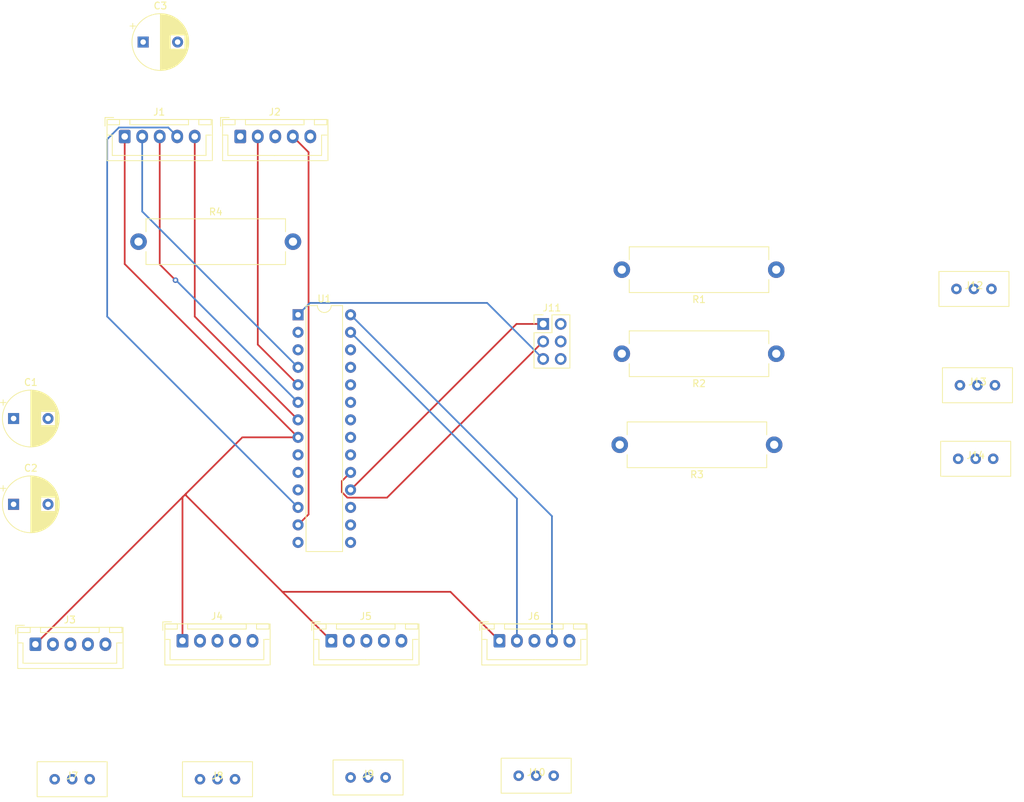
<source format=kicad_pcb>
(kicad_pcb (version 20211014) (generator pcbnew)
  (layers (0 "F.Cu" signal) (31 "B.Cu" signal) (34 "B.Paste" user) (35 "F.Paste" user) (36 "B.SilkS" user "B.Silkscreen") (37 "F.SilkS" user "F.Silkscreen") (38 "B.Mask" user) (39 "F.Mask" user) (44 "Edge.Cuts" user))
  (net 0 "")
  (net 1 "GND")
  (net 2 "/NES_PORT1_CLK")
  (net 3 "/NES_LATCH")
  (net 4 "/NES_PORT1_DATA")
  (net 5 "VCC")
  (net 7 "/NES_PORT2_CLK")
  (net 9 "/NES_PORT2_DATA")
  (net 11 "/CTRL1_CLK")
  (net 12 "/CTRL1_LATCH")
  (net 13 "/CTRL1_DATA")
  (net 14 "/CTRL2_CLK")
  (net 15 "/CTRL2_LATCH")
  (net 16 "/CTRL2_DATA")
  (net 17 "/CTRL3_CLK")
  (net 18 "/CTRL3_LATCH")
  (net 19 "/CTRL3_DATA")
  (net 20 "/CTRL4_CLK")
  (net 21 "/CTRL4_LATCH")
  (net 22 "/CTRL4_DATA")
  (net 23 "/EXTRA_LATCH_3")
  (net 24 "/EXTRA_LATCH_4")
  (net 25 "/EXTRA_LATCH_2")
  (net 26 "/RESET")
  (net 27 "/TURBO_A")
  (net 28 "/EXTRA_LATCH_1")
  (net 29 "/TURBO_B")
  (net 31 "/XTAL1")
  (net 32 "/XTAL2")
  (net 33 "/FOURPLAYER_ENABLE")
  (net 34 "Net-(J12-Pad2)")
  (net 35 "Net-(J13-Pad2)")
  (net 36 "Net-(J14-Pad2)")
  (footprint "openfourplayer168:a14061000ux0418" (layer "F.Cu") (at 62.23 137.16)
    (fp_text reference "J7" (at 0 -0.5 unlocked) (layer "F.SilkS"))
    (fp_text value "Conn_01x03_Male")
    (pad "1" thru_hole circle (at -2.54 0) (size 1.524 1.524) (drill 0.762) (layers *.Cu *.Mask) (net 28 "/EXTRA_LATCH_1"))
    (pad "2" thru_hole circle (at 0 0) (size 1.524 1.524) (drill 0.762) (layers *.Cu *.Mask) (net 12 "/CTRL1_LATCH"))
    (pad "3" thru_hole circle (at 2.54 0) (size 1.524 1.524) (drill 0.762) (layers *.Cu *.Mask) (net 3 "/NES_LATCH"))
  )
  (footprint "openfourplayer168:a14061000ux0418" (layer "F.Cu") (at 83.312 137.16)
    (fp_text reference "J8" (at 0 -0.5 unlocked) (layer "F.SilkS"))
    (fp_text value "Conn_01x03_Male")
    (pad "1" thru_hole circle (at -2.54 0) (size 1.524 1.524) (drill 0.762) (layers *.Cu *.Mask) (net 25 "/EXTRA_LATCH_2"))
    (pad "2" thru_hole circle (at 0 0) (size 1.524 1.524) (drill 0.762) (layers *.Cu *.Mask) (net 15 "/CTRL2_LATCH"))
    (pad "3" thru_hole circle (at 2.54 0) (size 1.524 1.524) (drill 0.762) (layers *.Cu *.Mask) (net 3 "/NES_LATCH"))
  )
  (footprint "openfourplayer168:a14061000ux0418" (layer "F.Cu") (at 129.54 136.652)
    (fp_text reference "J10" (at 0 -0.5 unlocked) (layer "F.SilkS"))
    (fp_text value "Conn_01x03_Male")
    (pad "1" thru_hole circle (at -2.54 0) (size 1.524 1.524) (drill 0.762) (layers *.Cu *.Mask) (net 24 "/EXTRA_LATCH_4"))
    (pad "2" thru_hole circle (at 0 0) (size 1.524 1.524) (drill 0.762) (layers *.Cu *.Mask) (net 21 "/CTRL4_LATCH"))
    (pad "3" thru_hole circle (at 2.54 0) (size 1.524 1.524) (drill 0.762) (layers *.Cu *.Mask) (net 3 "/NES_LATCH"))
  )
  (footprint "openfourplayer168:JST_XH_B5B-XH-A_1x05_P2.54mm_Vertical" (layer "F.Cu") (at 86.614 43.925)
    (fp_text reference "J2" (at 5 -3.55) (layer "F.SilkS"))
    (fp_text value "Conn_01x05")
    (pad "1" thru_hole roundrect (at 0 0) (size 1.7 1.95) (drill 0.95) (layers *.Cu *.Mask) (roundrect_rratio 0.147059))
    (pad "2" thru_hole oval (at 2.54 0) (size 1.7 1.95) (drill 0.95) (layers *.Cu *.Mask) (net 7 "/NES_PORT2_CLK"))
    (pad "3" thru_hole oval (at 5.08 0) (size 1.7 1.95) (drill 0.95) (layers *.Cu *.Mask))
    (pad "4" thru_hole oval (at 7.62 0) (size 1.7 1.95) (drill 0.95) (layers *.Cu *.Mask) (net 9 "/NES_PORT2_DATA"))
    (pad "5" thru_hole oval (at 10.16 0) (size 1.7 1.95) (drill 0.95) (layers *.Cu *.Mask))
  )
  (footprint "Capacitor_THT:CP_Radial_D8.0mm_P5.00mm" (layer "F.Cu") (at 72.527349 30.226)
    (fp_text reference "C3" (at 2.5 -5.25) (layer "F.SilkS"))
    (fp_text value "0.1uF")
    (pad "1" thru_hole rect locked (at 0 0) (size 1.6 1.6) (drill 0.8) (layers *.Cu *.Mask) (net 1 "GND"))
    (pad "2" thru_hole circle locked (at 5 0) (size 1.6 1.6) (drill 0.8) (layers *.Cu *.Mask) (net 5 "VCC"))
  )
  (footprint "Package_DIP:DIP-28_W7.62mm" (layer "F.Cu") (at 94.996 69.788)
    (fp_text reference "U1" (at 3.81 -2.33) (layer "F.SilkS"))
    (fp_text value "ATmega168P-20P")
    (pad "1" thru_hole rect locked (at 0 0) (size 1.6 1.6) (drill 0.8) (layers *.Cu *.Mask) (net 26 "/RESET"))
    (pad "2" thru_hole oval locked (at 0 2.54) (size 1.6 1.6) (drill 0.8) (layers *.Cu *.Mask) (net 27 "/TURBO_A"))
    (pad "3" thru_hole oval locked (at 0 5.08) (size 1.6 1.6) (drill 0.8) (layers *.Cu *.Mask) (net 29 "/TURBO_B"))
    (pad "4" thru_hole oval locked (at 0 7.62) (size 1.6 1.6) (drill 0.8) (layers *.Cu *.Mask) (net 2 "/NES_PORT1_CLK"))
    (pad "5" thru_hole oval locked (at 0 10.16) (size 1.6 1.6) (drill 0.8) (layers *.Cu *.Mask) (net 7 "/NES_PORT2_CLK"))
    (pad "6" thru_hole oval locked (at 0 12.7) (size 1.6 1.6) (drill 0.8) (layers *.Cu *.Mask) (net 3 "/NES_LATCH"))
    (pad "7" thru_hole oval locked (at 0 15.24) (size 1.6 1.6) (drill 0.8) (layers *.Cu *.Mask) (net 5 "VCC"))
    (pad "8" thru_hole oval locked (at 0 17.78) (size 1.6 1.6) (drill 0.8) (layers *.Cu *.Mask) (net 1 "GND"))
    (pad "9" thru_hole oval locked (at 0 20.32) (size 1.6 1.6) (drill 0.8) (layers *.Cu *.Mask) (net 31 "/XTAL1"))
    (pad "10" thru_hole oval locked (at 0 22.86) (size 1.6 1.6) (drill 0.8) (layers *.Cu *.Mask) (net 32 "/XTAL2"))
    (pad "11" thru_hole oval locked (at 0 25.4) (size 1.6 1.6) (drill 0.8) (layers *.Cu *.Mask) (net 33 "/FOURPLAYER_ENABLE"))
    (pad "12" thru_hole oval locked (at 0 27.94) (size 1.6 1.6) (drill 0.8) (layers *.Cu *.Mask) (net 4 "/NES_PORT1_DATA"))
    (pad "13" thru_hole oval locked (at 0 30.48) (size 1.6 1.6) (drill 0.8) (layers *.Cu *.Mask) (net 9 "/NES_PORT2_DATA"))
    (pad "14" thru_hole oval locked (at 0 33.02) (size 1.6 1.6) (drill 0.8) (layers *.Cu *.Mask) (net 11 "/CTRL1_CLK"))
    (pad "15" thru_hole oval locked (at 7.62 33.02) (size 1.6 1.6) (drill 0.8) (layers *.Cu *.Mask) (net 13 "/CTRL1_DATA"))
    (pad "16" thru_hole oval locked (at 7.62 30.48) (size 1.6 1.6) (drill 0.8) (layers *.Cu *.Mask) (net 28 "/EXTRA_LATCH_1"))
    (pad "17" thru_hole oval locked (at 7.62 27.94) (size 1.6 1.6) (drill 0.8) (layers *.Cu *.Mask) (net 25 "/EXTRA_LATCH_2"))
    (pad "18" thru_hole oval locked (at 7.62 25.4) (size 1.6 1.6) (drill 0.8) (layers *.Cu *.Mask) (net 23 "/EXTRA_LATCH_3"))
    (pad "19" thru_hole oval locked (at 7.62 22.86) (size 1.6 1.6) (drill 0.8) (layers *.Cu *.Mask) (net 24 "/EXTRA_LATCH_4"))
    (pad "20" thru_hole oval locked (at 7.62 20.32) (size 1.6 1.6) (drill 0.8) (layers *.Cu *.Mask) (net 5 "VCC"))
    (pad "21" thru_hole oval locked (at 7.62 17.78) (size 1.6 1.6) (drill 0.8) (layers *.Cu *.Mask))
    (pad "22" thru_hole oval locked (at 7.62 15.24) (size 1.6 1.6) (drill 0.8) (layers *.Cu *.Mask) (net 1 "GND"))
    (pad "23" thru_hole oval locked (at 7.62 12.7) (size 1.6 1.6) (drill 0.8) (layers *.Cu *.Mask) (net 14 "/CTRL2_CLK"))
    (pad "24" thru_hole oval locked (at 7.62 10.16) (size 1.6 1.6) (drill 0.8) (layers *.Cu *.Mask) (net 16 "/CTRL2_DATA"))
    (pad "25" thru_hole oval locked (at 7.62 7.62) (size 1.6 1.6) (drill 0.8) (layers *.Cu *.Mask) (net 17 "/CTRL3_CLK"))
    (pad "26" thru_hole oval locked (at 7.62 5.08) (size 1.6 1.6) (drill 0.8) (layers *.Cu *.Mask) (net 19 "/CTRL3_DATA"))
    (pad "27" thru_hole oval locked (at 7.62 2.54) (size 1.6 1.6) (drill 0.8) (layers *.Cu *.Mask) (net 20 "/CTRL4_CLK"))
    (pad "28" thru_hole oval locked (at 7.62 0) (size 1.6 1.6) (drill 0.8) (layers *.Cu *.Mask) (net 22 "/CTRL4_DATA"))
  )
  (footprint "Resistor_THT:R_Axial_Power_L20.0mm_W6.4mm_P22.40mm" (layer "F.Cu") (at 71.858 59.182)
    (fp_text reference "R4" (at 11.2 -4.32) (layer "F.SilkS"))
    (fp_text value "10k")
    (pad "1" thru_hole circle locked (at 0 0) (size 2.4 2.4) (drill 1.2) (layers *.Cu *.Mask) (net 5 "VCC"))
    (pad "2" thru_hole oval locked (at 22.4 0) (size 2.4 2.4) (drill 1.2) (layers *.Cu *.Mask) (net 26 "/RESET"))
  )
  (footprint "openfourplayer168:a14061000ux0418" (layer "F.Cu") (at 193.294 90.678)
    (fp_text reference "J14" (at 0 -0.5 unlocked) (layer "F.SilkS"))
    (fp_text value "Conn_01x03_Male")
    (pad "1" thru_hole circle (at -2.54 0) (size 1.524 1.524) (drill 0.762) (layers *.Cu *.Mask) (net 5 "VCC"))
    (pad "2" thru_hole circle (at 0 0) (size 1.524 1.524) (drill 0.762) (layers *.Cu *.Mask) (net 36 "Net-(J14-Pad2)"))
    (pad "3" thru_hole circle (at 2.54 0) (size 1.524 1.524) (drill 0.762) (layers *.Cu *.Mask) (net 1 "GND"))
  )
  (footprint "Connector_PinHeader_2.54mm:PinHeader_2x03_P2.54mm_Vertical" (layer "F.Cu") (at 130.556 71.12)
    (fp_text reference "J11" (at 1.27 -2.33) (layer "F.SilkS"))
    (fp_text value "Conn_02x03_Odd_Even")
    (pad "1" thru_hole rect locked (at 0 0) (size 1.7 1.7) (drill 1) (layers *.Cu *.Mask) (net 23 "/EXTRA_LATCH_3"))
    (pad "2" thru_hole oval locked (at 2.54 0) (size 1.7 1.7) (drill 1) (layers *.Cu *.Mask) (net 5 "VCC"))
    (pad "3" thru_hole oval locked (at 0 2.54) (size 1.7 1.7) (drill 1) (layers *.Cu *.Mask) (net 24 "/EXTRA_LATCH_4"))
    (pad "4" thru_hole oval locked (at 2.54 2.54) (size 1.7 1.7) (drill 1) (layers *.Cu *.Mask) (net 25 "/EXTRA_LATCH_2"))
    (pad "5" thru_hole oval locked (at 0 5.08) (size 1.7 1.7) (drill 1) (layers *.Cu *.Mask) (net 26 "/RESET"))
    (pad "6" thru_hole oval locked (at 2.54 5.08) (size 1.7 1.7) (drill 1) (layers *.Cu *.Mask) (net 1 "GND"))
  )
  (footprint "openfourplayer168:JST_XH_B5B-XH-A_1x05_P2.54mm_Vertical" (layer "F.Cu") (at 78.232 117.077)
    (fp_text reference "J4" (at 5 -3.55) (layer "F.SilkS"))
    (fp_text value "Conn_01x05")
    (pad "1" thru_hole roundrect (at 0 0) (size 1.7 1.95) (drill 0.95) (layers *.Cu *.Mask) (roundrect_rratio 0.147059) (net 1 "GND"))
    (pad "2" thru_hole oval (at 2.54 0) (size 1.7 1.95) (drill 0.95) (layers *.Cu *.Mask) (net 14 "/CTRL2_CLK"))
    (pad "3" thru_hole oval (at 5.08 0) (size 1.7 1.95) (drill 0.95) (layers *.Cu *.Mask) (net 15 "/CTRL2_LATCH"))
    (pad "4" thru_hole oval (at 7.62 0) (size 1.7 1.95) (drill 0.95) (layers *.Cu *.Mask) (net 16 "/CTRL2_DATA"))
    (pad "5" thru_hole oval (at 10.16 0) (size 1.7 1.95) (drill 0.95) (layers *.Cu *.Mask) (net 5 "VCC"))
  )
  (footprint "openfourplayer168:JST_XH_B5B-XH-A_1x05_P2.54mm_Vertical" (layer "F.Cu") (at 69.85 43.925)
    (fp_text reference "J1" (at 5 -3.55) (layer "F.SilkS"))
    (fp_text value "Conn_01x05")
    (pad "1" thru_hole roundrect (at 0 0) (size 1.7 1.95) (drill 0.95) (layers *.Cu *.Mask) (roundrect_rratio 0.147059) (net 1 "GND"))
    (pad "2" thru_hole oval (at 2.54 0) (size 1.7 1.95) (drill 0.95) (layers *.Cu *.Mask) (net 2 "/NES_PORT1_CLK"))
    (pad "3" thru_hole oval (at 5.08 0) (size 1.7 1.95) (drill 0.95) (layers *.Cu *.Mask) (net 3 "/NES_LATCH"))
    (pad "4" thru_hole oval (at 7.62 0) (size 1.7 1.95) (drill 0.95) (layers *.Cu *.Mask) (net 4 "/NES_PORT1_DATA"))
    (pad "5" thru_hole oval (at 10.16 0) (size 1.7 1.95) (drill 0.95) (layers *.Cu *.Mask) (net 5 "VCC"))
  )
  (footprint "Resistor_THT:R_Axial_Power_L20.0mm_W6.4mm_P22.40mm" (layer "F.Cu") (at 164.362 63.246 180)
    (fp_text reference "R1" (at 11.2 -4.32) (layer "F.SilkS"))
    (fp_text value "10k")
    (pad "1" thru_hole circle locked (at 0 0 180) (size 2.4 2.4) (drill 1.2) (layers *.Cu *.Mask) (net 34 "Net-(J12-Pad2)"))
    (pad "2" thru_hole oval locked (at 22.4 0 180) (size 2.4 2.4) (drill 1.2) (layers *.Cu *.Mask) (net 33 "/FOURPLAYER_ENABLE"))
  )
  (footprint "Resistor_THT:R_Axial_Power_L20.0mm_W6.4mm_P22.40mm" (layer "F.Cu") (at 164.06 88.646 180)
    (fp_text reference "R3" (at 11.2 -4.32) (layer "F.SilkS"))
    (fp_text value "10k")
    (pad "1" thru_hole circle locked (at 0 0 180) (size 2.4 2.4) (drill 1.2) (layers *.Cu *.Mask) (net 36 "Net-(J14-Pad2)"))
    (pad "2" thru_hole oval locked (at 22.4 0 180) (size 2.4 2.4) (drill 1.2) (layers *.Cu *.Mask) (net 29 "/TURBO_B"))
  )
  (footprint "Resistor_THT:R_Axial_Power_L20.0mm_W6.4mm_P22.40mm" (layer "F.Cu") (at 164.362 75.438 180)
    (fp_text reference "R2" (at 11.2 -4.32) (layer "F.SilkS"))
    (fp_text value "10k")
    (pad "1" thru_hole circle locked (at 0 0 180) (size 2.4 2.4) (drill 1.2) (layers *.Cu *.Mask) (net 35 "Net-(J13-Pad2)"))
    (pad "2" thru_hole oval locked (at 22.4 0 180) (size 2.4 2.4) (drill 1.2) (layers *.Cu *.Mask) (net 27 "/TURBO_A"))
  )
  (footprint "openfourplayer168:JST_XH_B5B-XH-A_1x05_P2.54mm_Vertical" (layer "F.Cu") (at 56.896 117.585)
    (fp_text reference "J3" (at 5 -3.55) (layer "F.SilkS"))
    (fp_text value "Conn_01x05")
    (pad "1" thru_hole roundrect (at 0 0) (size 1.7 1.95) (drill 0.95) (layers *.Cu *.Mask) (roundrect_rratio 0.147059) (net 1 "GND"))
    (pad "2" thru_hole oval (at 2.54 0) (size 1.7 1.95) (drill 0.95) (layers *.Cu *.Mask) (net 11 "/CTRL1_CLK"))
    (pad "3" thru_hole oval (at 5.08 0) (size 1.7 1.95) (drill 0.95) (layers *.Cu *.Mask) (net 12 "/CTRL1_LATCH"))
    (pad "4" thru_hole oval (at 7.62 0) (size 1.7 1.95) (drill 0.95) (layers *.Cu *.Mask) (net 13 "/CTRL1_DATA"))
    (pad "5" thru_hole oval (at 10.16 0) (size 1.7 1.95) (drill 0.95) (layers *.Cu *.Mask) (net 5 "VCC"))
  )
  (footprint "openfourplayer168:a14061000ux0418" (layer "F.Cu") (at 105.156 136.906)
    (fp_text reference "J9" (at 0 -0.5 unlocked) (layer "F.SilkS"))
    (fp_text value "Conn_01x03_Male")
    (pad "1" thru_hole circle (at -2.54 0) (size 1.524 1.524) (drill 0.762) (layers *.Cu *.Mask) (net 23 "/EXTRA_LATCH_3"))
    (pad "2" thru_hole circle (at 0 0) (size 1.524 1.524) (drill 0.762) (layers *.Cu *.Mask) (net 18 "/CTRL3_LATCH"))
    (pad "3" thru_hole circle (at 2.54 0) (size 1.524 1.524) (drill 0.762) (layers *.Cu *.Mask) (net 3 "/NES_LATCH"))
  )
  (footprint "Capacitor_THT:CP_Radial_D8.0mm_P5.00mm" (layer "F.Cu") (at 53.731349 97.282)
    (fp_text reference "C2" (at 2.5 -5.25) (layer "F.SilkS"))
    (fp_text value "22pF")
    (pad "1" thru_hole rect locked (at 0 0) (size 1.6 1.6) (drill 0.8) (layers *.Cu *.Mask) (net 1 "GND"))
    (pad "2" thru_hole circle locked (at 5 0) (size 1.6 1.6) (drill 0.8) (layers *.Cu *.Mask) (net 32 "/XTAL2"))
  )
  (footprint "openfourplayer168:a14061000ux0418" (layer "F.Cu") (at 193.548 80.01)
    (fp_text reference "J13" (at 0 -0.5 unlocked) (layer "F.SilkS"))
    (fp_text value "Conn_01x03_Male")
    (pad "1" thru_hole circle (at -2.54 0) (size 1.524 1.524) (drill 0.762) (layers *.Cu *.Mask) (net 5 "VCC"))
    (pad "2" thru_hole circle (at 0 0) (size 1.524 1.524) (drill 0.762) (layers *.Cu *.Mask) (net 35 "Net-(J13-Pad2)"))
    (pad "3" thru_hole circle (at 2.54 0) (size 1.524 1.524) (drill 0.762) (layers *.Cu *.Mask) (net 1 "GND"))
  )
  (footprint "openfourplayer168:a14061000ux0418" (layer "F.Cu") (at 193.04 66.04)
    (fp_text reference "J12" (at 0 -0.5 unlocked) (layer "F.SilkS"))
    (fp_text value "Conn_01x03_Male")
    (pad "1" thru_hole circle (at -2.54 0) (size 1.524 1.524) (drill 0.762) (layers *.Cu *.Mask) (net 5 "VCC"))
    (pad "2" thru_hole circle (at 0 0) (size 1.524 1.524) (drill 0.762) (layers *.Cu *.Mask) (net 34 "Net-(J12-Pad2)"))
    (pad "3" thru_hole circle (at 2.54 0) (size 1.524 1.524) (drill 0.762) (layers *.Cu *.Mask) (net 1 "GND"))
  )
  (footprint "openfourplayer168:JST_XH_B5B-XH-A_1x05_P2.54mm_Vertical" (layer "F.Cu") (at 124.206 117.077)
    (fp_text reference "J6" (at 5 -3.55) (layer "F.SilkS"))
    (fp_text value "Conn_01x05")
    (pad "1" thru_hole roundrect (at 0 0) (size 1.7 1.95) (drill 0.95) (layers *.Cu *.Mask) (roundrect_rratio 0.147059) (net 1 "GND"))
    (pad "2" thru_hole oval (at 2.54 0) (size 1.7 1.95) (drill 0.95) (layers *.Cu *.Mask) (net 20 "/CTRL4_CLK"))
    (pad "3" thru_hole oval (at 5.08 0) (size 1.7 1.95) (drill 0.95) (layers *.Cu *.Mask) (net 21 "/CTRL4_LATCH"))
    (pad "4" thru_hole oval (at 7.62 0) (size 1.7 1.95) (drill 0.95) (layers *.Cu *.Mask) (net 22 "/CTRL4_DATA"))
    (pad "5" thru_hole oval (at 10.16 0) (size 1.7 1.95) (drill 0.95) (layers *.Cu *.Mask) (net 5 "VCC"))
  )
  (footprint "Capacitor_THT:CP_Radial_D8.0mm_P5.00mm" (layer "F.Cu") (at 53.731349 84.836)
    (fp_text reference "C1" (at 2.5 -5.25) (layer "F.SilkS"))
    (fp_text value "22pF")
    (pad "1" thru_hole rect locked (at 0 0) (size 1.6 1.6) (drill 0.8) (layers *.Cu *.Mask) (net 1 "GND"))
    (pad "2" thru_hole circle locked (at 5 0) (size 1.6 1.6) (drill 0.8) (layers *.Cu *.Mask) (net 31 "/XTAL1"))
  )
  (footprint "openfourplayer168:JST_XH_B5B-XH-A_1x05_P2.54mm_Vertical" (layer "F.Cu") (at 99.822 117.077)
    (fp_text reference "J5" (at 5 -3.55) (layer "F.SilkS"))
    (fp_text value "Conn_01x05")
    (pad "1" thru_hole roundrect (at 0 0) (size 1.7 1.95) (drill 0.95) (layers *.Cu *.Mask) (roundrect_rratio 0.147059) (net 1 "GND"))
    (pad "2" thru_hole oval (at 2.54 0) (size 1.7 1.95) (drill 0.95) (layers *.Cu *.Mask) (net 17 "/CTRL3_CLK"))
    (pad "3" thru_hole oval (at 5.08 0) (size 1.7 1.95) (drill 0.95) (layers *.Cu *.Mask) (net 18 "/CTRL3_LATCH"))
    (pad "4" thru_hole oval (at 7.62 0) (size 1.7 1.95) (drill 0.95) (layers *.Cu *.Mask) (net 19 "/CTRL3_DATA"))
    (pad "5" thru_hole oval (at 10.16 0) (size 1.7 1.95) (drill 0.95) (layers *.Cu *.Mask) (net 5 "VCC"))
  )
  (segment (start 94.996 87.568) (end 86.913 87.568) (width 0.25) (layer "F.Cu") (net 1))
  (segment (start 78.7315 95.7495) (end 78.3505 96.1305) (width 0.25) (layer "F.Cu") (net 1))
  (segment (start 78.7315 95.9865) (end 78.7315 95.7495) (width 0.25) (layer "F.Cu") (net 1))
  (segment (start 124.206 117.077) (end 117.1025 109.9735) (width 0.25) (layer "F.Cu") (net 1))
  (segment (start 86.913 87.568) (end 78.7315 95.7495) (width 0.25) (layer "F.Cu") (net 1))
  (segment (start 78.232 96.249) (end 78.3505 96.1305) (width 0.25) (layer "F.Cu") (net 1))
  (segment (start 69.85 43.925) (end 69.85 62.422) (width 0.25) (layer "F.Cu") (net 1))
  (segment (start 69.85 62.422) (end 94.996 87.568) (width 0.25) (layer "F.Cu") (net 1))
  (segment (start 99.822 117.077) (end 92.7185 109.9735) (width 0.25) (layer "F.Cu") (net 1))
  (segment (start 78.3505 96.1305) (end 56.896 117.585) (width 0.25) (layer "F.Cu") (net 1))
  (segment (start 92.7185 109.9735) (end 78.7315 95.9865) (width 0.25) (layer "F.Cu") (net 1))
  (segment (start 117.1025 109.9735) (end 92.7185 109.9735) (width 0.25) (layer "F.Cu") (net 1))
  (segment (start 78.232 117.077) (end 78.232 96.249) (width 0.25) (layer "F.Cu") (net 1))
  (segment (start 72.39 43.925) (end 72.39 54.802) (width 0.25) (layer "B.Cu") (net 2))
  (segment (start 72.39 54.802) (end 94.996 77.408) (width 0.25) (layer "B.Cu") (net 2))
  (segment (start 74.93 62.484) (end 77.216 64.77) (width 0.25) (layer "F.Cu") (net 3))
  (segment (start 74.93 43.925) (end 74.93 62.484) (width 0.25) (layer "F.Cu") (net 3))
  (via (at 77.216 64.77) (size 0.8) (drill 0.4) (layers "F.Cu" "B.Cu") (net 3))
  (segment (start 77.216 64.77) (end 77.278 64.77) (width 0.25) (layer "B.Cu") (net 3))
  (segment (start 77.278 64.77) (end 94.996 82.488) (width 0.25) (layer "B.Cu") (net 3))
  (segment (start 76.17048 42.62548) (end 69.012027 42.62548) (width 0.25) (layer "B.Cu") (net 4))
  (segment (start 67.31 70.042) (end 94.996 97.728) (width 0.25) (layer "B.Cu") (net 4))
  (segment (start 69.012027 42.62548) (end 67.31 44.327507) (width 0.25) (layer "B.Cu") (net 4))
  (segment (start 77.47 43.925) (end 76.17048 42.62548) (width 0.25) (layer "B.Cu") (net 4))
  (segment (start 67.31 44.327507) (end 67.31 70.042) (width 0.25) (layer "B.Cu") (net 4))
  (segment (start 80.01 70.042) (end 94.996 85.028) (width 0.25) (layer "F.Cu") (net 5))
  (segment (start 80.01 43.925) (end 80.01 70.042) (width 0.25) (layer "F.Cu") (net 5))
  (segment (start 89.154 43.925) (end 89.154 74.106) (width 0.25) (layer "F.Cu") (net 7))
  (segment (start 89.154 74.106) (end 94.996 79.948) (width 0.25) (layer "F.Cu") (net 7))
  (segment (start 96.52 98.744) (end 94.996 100.268) (width 0.25) (layer "F.Cu") (net 9))
  (segment (start 94.234 43.925) (end 96.52 46.211) (width 0.25) (layer "F.Cu") (net 9))
  (segment (start 96.52 46.211) (end 96.52 98.744) (width 0.25) (layer "F.Cu") (net 9))
  (segment (start 102.616 72.328) (end 126.746 96.458) (width 0.25) (layer "B.Cu") (net 20))
  (segment (start 126.746 96.458) (end 126.746 117.077) (width 0.25) (layer "B.Cu") (net 20))
  (segment (start 102.616 69.788) (end 131.826 98.998) (width 0.25) (layer "B.Cu") (net 22))
  (segment (start 131.826 98.998) (end 131.826 117.077) (width 0.25) (layer "B.Cu") (net 22))
  (segment (start 126.684 71.12) (end 102.616 95.188) (width 0.25) (layer "F.Cu") (net 23))
  (segment (start 130.556 71.12) (end 126.684 71.12) (width 0.25) (layer "F.Cu") (net 23))
  (segment (start 101.346 93.918) (end 102.616 92.648) (width 0.25) (layer "F.Cu") (net 24))
  (segment (start 107.903489 96.312511) (end 102.150211 96.312511) (width 0.25) (layer "F.Cu") (net 24))
  (segment (start 130.556 73.66) (end 107.903489 96.312511) (width 0.25) (layer "F.Cu") (net 24))
  (segment (start 101.346 95.5083) (end 101.346 93.918) (width 0.25) (layer "F.Cu") (net 24))
  (segment (start 102.150211 96.312511) (end 101.346 95.5083) (width 0.25) (layer "F.Cu") (net 24))
  (segment (start 96.712 68.072) (end 122.428 68.072) (width 0.25) (layer "B.Cu") (net 26))
  (segment (start 122.428 68.072) (end 130.556 76.2) (width 0.25) (layer "B.Cu") (net 26))
  (segment (start 94.996 69.788) (end 96.712 68.072) (width 0.25) (layer "B.Cu") (net 26))
)
</source>
